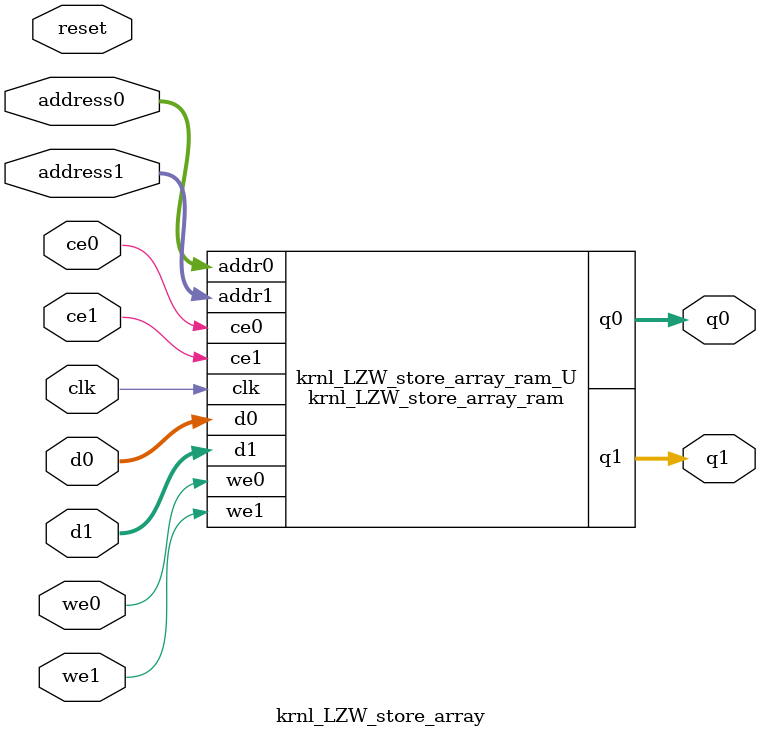
<source format=v>
`timescale 1 ns / 1 ps
module krnl_LZW_store_array_ram (addr0, ce0, d0, we0, q0, addr1, ce1, d1, we1, q1,  clk);

parameter DWIDTH = 16;
parameter AWIDTH = 12;
parameter MEM_SIZE = 4096;

input[AWIDTH-1:0] addr0;
input ce0;
input[DWIDTH-1:0] d0;
input we0;
output reg[DWIDTH-1:0] q0;
input[AWIDTH-1:0] addr1;
input ce1;
input[DWIDTH-1:0] d1;
input we1;
output reg[DWIDTH-1:0] q1;
input clk;

reg [DWIDTH-1:0] ram[0:MEM_SIZE-1];




always @(posedge clk)  
begin 
    if (ce0) begin
        if (we0) 
            ram[addr0] <= d0; 
        q0 <= ram[addr0];
    end
end


always @(posedge clk)  
begin 
    if (ce1) begin
        if (we1) 
            ram[addr1] <= d1; 
        q1 <= ram[addr1];
    end
end


endmodule

`timescale 1 ns / 1 ps
module krnl_LZW_store_array(
    reset,
    clk,
    address0,
    ce0,
    we0,
    d0,
    q0,
    address1,
    ce1,
    we1,
    d1,
    q1);

parameter DataWidth = 32'd16;
parameter AddressRange = 32'd4096;
parameter AddressWidth = 32'd12;
input reset;
input clk;
input[AddressWidth - 1:0] address0;
input ce0;
input we0;
input[DataWidth - 1:0] d0;
output[DataWidth - 1:0] q0;
input[AddressWidth - 1:0] address1;
input ce1;
input we1;
input[DataWidth - 1:0] d1;
output[DataWidth - 1:0] q1;



krnl_LZW_store_array_ram krnl_LZW_store_array_ram_U(
    .clk( clk ),
    .addr0( address0 ),
    .ce0( ce0 ),
    .we0( we0 ),
    .d0( d0 ),
    .q0( q0 ),
    .addr1( address1 ),
    .ce1( ce1 ),
    .we1( we1 ),
    .d1( d1 ),
    .q1( q1 ));

endmodule


</source>
